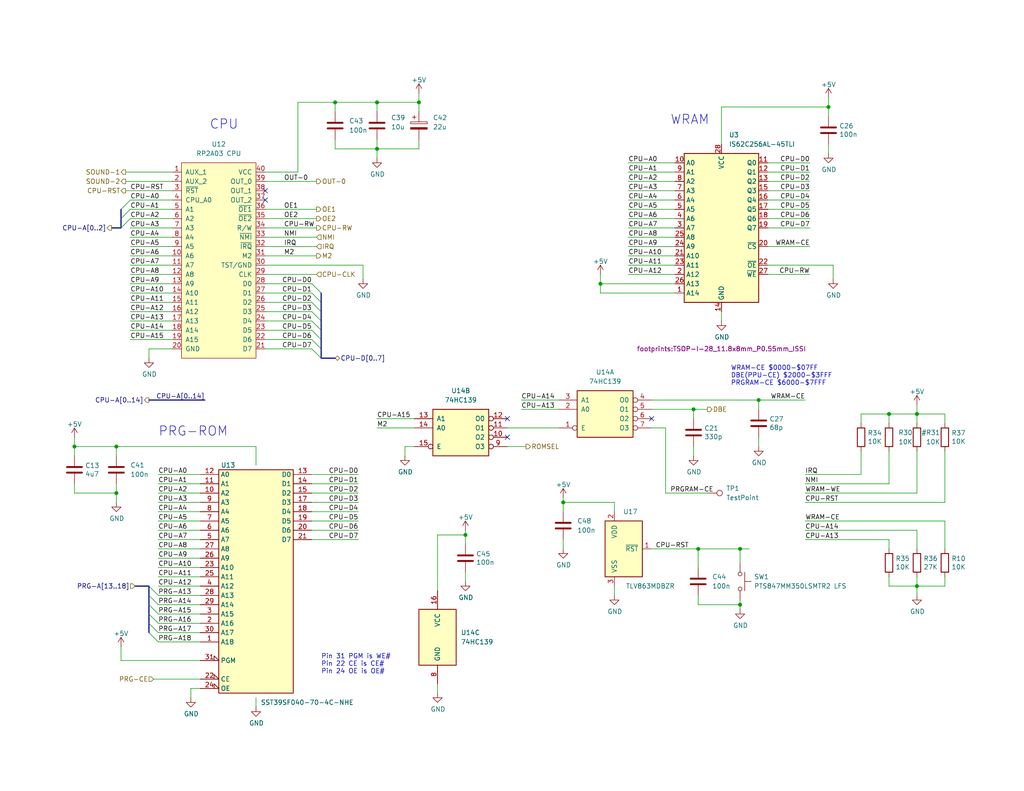
<source format=kicad_sch>
(kicad_sch (version 20211123) (generator eeschema)
  (paper "A")
  (title_block (title "InGame-NES MMC3") (date "2022-08-02") (rev "2") (company "Late to the Game"))
  (lib_symbols
    (symbol "00Custom:NES-RP2A03_CPU" (pin_names (offset 1.016))
      (property "Reference" "U" (at 3.81 3.81 0))
      (property "Value" "NES-RP2A03_CPU" (at 12.7 -52.07 0))
      (symbol "NES-RP2A03_CPU_1_1"
        (pin output line (at 0 0 0) (length 2.54) (name "AUX_1") (number "1"))
        (pin output line (at 0 -22.86 0) (length 2.54) (name "A6") (number "10"))
        (pin output line (at 0 -25.4 0) (length 2.54) (name "A7") (number "11"))
        (pin output line (at 0 -27.94 0) (length 2.54) (name "A8") (number "12"))
        (pin output line (at 0 -30.48 0) (length 2.54) (name "A9") (number "13"))
        (pin output line (at 0 -33.02 0) (length 2.54) (name "A10") (number "14"))
        (pin output line (at 0 -35.56 0) (length 2.54) (name "A11") (number "15"))
        (pin output line (at 0 -38.1 0) (length 2.54) (name "A12") (number "16"))
        (pin output line (at 0 -40.64 0) (length 2.54) (name "A13") (number "17"))
        (pin output line (at 0 -43.18 0) (length 2.54) (name "A14") (number "18"))
        (pin output line (at 0 -45.72 0) (length 2.54) (name "A15") (number "19"))
        (pin output line (at 0 -2.54 0) (length 2.54) (name "AUX_2") (number "2"))
        (pin power_in line (at 0 -48.26 0) (length 2.54) (name "GND") (number "20"))
        (pin bidirectional line (at 25.4 -48.26 180) (length 2.54) (name "D7") (number "21"))
        (pin bidirectional line (at 25.4 -45.72 180) (length 2.54) (name "D6") (number "22"))
        (pin bidirectional line (at 25.4 -43.18 180) (length 2.54) (name "D5") (number "23"))
        (pin bidirectional line (at 25.4 -40.64 180) (length 2.54) (name "D4") (number "24"))
        (pin bidirectional line (at 25.4 -38.1 180) (length 2.54) (name "D3") (number "25"))
        (pin bidirectional line (at 25.4 -35.56 180) (length 2.54) (name "D2") (number "26"))
        (pin bidirectional line (at 25.4 -33.02 180) (length 2.54) (name "D1") (number "27"))
        (pin bidirectional line (at 25.4 -30.48 180) (length 2.54) (name "D0") (number "28"))
        (pin input line (at 25.4 -27.94 180) (length 2.54) (name "CLK") (number "29"))
        (pin input line (at 0 -5.08 0) (length 2.54) (name "~{RST}") (number "3"))
        (pin passive line (at 25.4 -25.4 180) (length 2.54) (name "TST/GND") (number "30"))
        (pin output line (at 25.4 -22.86 180) (length 2.54) (name "M2") (number "31"))
        (pin input line (at 25.4 -20.32 180) (length 2.54) (name "~{IRQ}") (number "32"))
        (pin input line (at 25.4 -17.78 180) (length 2.54) (name "~{NMI}") (number "33"))
        (pin output line (at 25.4 -15.24 180) (length 2.54) (name "R/W") (number "34"))
        (pin output line (at 25.4 -12.7 180) (length 2.54) (name "~{OE2}") (number "35"))
        (pin output line (at 25.4 -10.16 180) (length 2.54) (name "~{OE1}") (number "36"))
        (pin output line (at 25.4 -7.62 180) (length 2.54) (name "OUT_2") (number "37"))
        (pin output line (at 25.4 -5.08 180) (length 2.54) (name "OUT_1") (number "38"))
        (pin output line (at 25.4 -2.54 180) (length 2.54) (name "OUT_0") (number "39"))
        (pin output line (at 0 -7.62 0) (length 2.54) (name "CPU_A0") (number "4"))
        (pin power_in line (at 25.4 0 180) (length 2.54) (name "VCC") (number "40"))
        (pin output line (at 0 -10.16 0) (length 2.54) (name "A1") (number "5"))
        (pin output line (at 0 -12.7 0) (length 2.54) (name "A2") (number "6"))
        (pin output line (at 0 -15.24 0) (length 2.54) (name "A3") (number "7"))
        (pin output line (at 0 -17.78 0) (length 2.54) (name "A4") (number "8"))
        (pin output line (at 0 -20.32 0) (length 2.54) (name "A5") (number "9"))
      )
    )
    (symbol "74xx:74LS139" (pin_names (offset 1.016))
      (property "Reference" "U" (at -7.62 8.89 0))
      (property "Value" "74LS139" (at -7.62 -8.89 0))
      (symbol "74LS139_1_0"
        (pin input inverted (at -12.7 -5.08 0) (length 5.08) (name "E") (number "1"))
        (pin input line (at -12.7 0 0) (length 5.08) (name "A0") (number "2"))
        (pin input line (at -12.7 2.54 0) (length 5.08) (name "A1") (number "3"))
        (pin output inverted (at 12.7 2.54 180) (length 5.08) (name "O0") (number "4"))
        (pin output inverted (at 12.7 0 180) (length 5.08) (name "O1") (number "5"))
        (pin output inverted (at 12.7 -2.54 180) (length 5.08) (name "O2") (number "6"))
        (pin output inverted (at 12.7 -5.08 180) (length 5.08) (name "O3") (number "7"))
      )
      (symbol "74LS139_2_0"
        (pin output inverted (at 12.7 -2.54 180) (length 5.08) (name "O2") (number "10"))
        (pin output inverted (at 12.7 0 180) (length 5.08) (name "O1") (number "11"))
        (pin output inverted (at 12.7 2.54 180) (length 5.08) (name "O0") (number "12"))
        (pin input line (at -12.7 2.54 0) (length 5.08) (name "A1") (number "13"))
        (pin input line (at -12.7 0 0) (length 5.08) (name "A0") (number "14"))
        (pin input inverted (at -12.7 -5.08 0) (length 5.08) (name "E") (number "15"))
        (pin output inverted (at 12.7 -5.08 180) (length 5.08) (name "O3") (number "9"))
      )
      (symbol "74LS139_3_0"
        (pin power_in line (at 0 12.7 270) (length 5.08) (name "VCC") (number "16"))
        (pin power_in line (at 0 -12.7 90) (length 5.08) (name "GND") (number "8"))
      )
    )
    (symbol "Connector:TestPoint" (pin_numbers hide) (pin_names (offset 0.762) hide)
      (property "Reference" "TP" (at 0 6.858 0))
      (property "Value" "TestPoint" (at 0 5.08 0))
      (symbol "TestPoint_1_1"
        (pin passive line (at 0 0 90) (length 2.54) (name "1") (number "1"))
      )
    )
    (symbol "Device:C" (pin_numbers hide) (pin_names (offset 0.254))
      (property "Reference" "C" (at 0.635 2.54 0))
      (property "Value" "C" (at 0.635 -2.54 0))
      (symbol "C_1_1"
        (pin passive line (at 0 3.81 270) (length 2.794) (name "~") (number "1"))
        (pin passive line (at 0 -3.81 90) (length 2.794) (name "~") (number "2"))
      )
    )
    (symbol "Device:C_Polarized" (pin_numbers hide) (pin_names (offset 0.254))
      (property "Reference" "C" (at 0.635 2.54 0))
      (property "Value" "C_Polarized" (at 0.635 -2.54 0))
      (symbol "C_Polarized_1_1"
        (pin passive line (at 0 3.81 270) (length 2.794) (name "~") (number "1"))
        (pin passive line (at 0 -3.81 90) (length 2.794) (name "~") (number "2"))
      )
    )
    (symbol "Device:R" (pin_numbers hide) (pin_names (offset 0))
      (property "Reference" "R" (at 2.032 0 90))
      (property "Value" "R" (at 0 0 90))
      (symbol "R_1_1"
        (pin passive line (at 0 3.81 270) (length 1.27) (name "~") (number "1"))
        (pin passive line (at 0 -3.81 90) (length 1.27) (name "~") (number "2"))
      )
    )
    (symbol "Memory_Flash:SST39SF040"
      (property "Reference" "U" (at 2.54 33.02 0))
      (property "Value" "SST39SF040" (at 0 -30.48 0))
      (symbol "SST39SF040_0_0"
        (pin power_in line (at 0 -30.48 90) (length 1.27) hide (name "GND") (number "16"))
        (pin power_in line (at 0 33.02 270) (length 1.27) hide (name "VCC") (number "32"))
      )
      (symbol "SST39SF040_1_1"
        (pin input line (at -15.24 -15.24 0) (length 5.08) (name "A18") (number "1"))
        (pin input line (at -15.24 25.4 0) (length 5.08) (name "A2") (number "10"))
        (pin input line (at -15.24 27.94 0) (length 5.08) (name "A1") (number "11"))
        (pin input line (at -15.24 30.48 0) (length 5.08) (name "A0") (number "12"))
        (pin tri_state line (at 15.24 30.48 180) (length 5.08) (name "D0") (number "13"))
        (pin tri_state line (at 15.24 27.94 180) (length 5.08) (name "D1") (number "14"))
        (pin tri_state line (at 15.24 25.4 180) (length 5.08) (name "D2") (number "15"))
        (pin tri_state line (at 15.24 22.86 180) (length 5.08) (name "D3") (number "17"))
        (pin tri_state line (at 15.24 20.32 180) (length 5.08) (name "D4") (number "18"))
        (pin tri_state line (at 15.24 17.78 180) (length 5.08) (name "D5") (number "19"))
        (pin input line (at -15.24 -10.16 0) (length 5.08) (name "A16") (number "2"))
        (pin tri_state line (at 15.24 15.24 180) (length 5.08) (name "D6") (number "20"))
        (pin tri_state line (at 15.24 12.7 180) (length 5.08) (name "D7") (number "21"))
        (pin input input_low (at -15.24 -25.4 0) (length 5.08) (name "CE") (number "22"))
        (pin input line (at -15.24 5.08 0) (length 5.08) (name "A10") (number "23"))
        (pin input input_low (at -15.24 -27.94 0) (length 5.08) (name "OE") (number "24"))
        (pin input line (at -15.24 2.54 0) (length 5.08) (name "A11") (number "25"))
        (pin input line (at -15.24 7.62 0) (length 5.08) (name "A9") (number "26"))
        (pin input line (at -15.24 10.16 0) (length 5.08) (name "A8") (number "27"))
        (pin input line (at -15.24 -2.54 0) (length 5.08) (name "A13") (number "28"))
        (pin input line (at -15.24 -5.08 0) (length 5.08) (name "A14") (number "29"))
        (pin input line (at -15.24 -7.62 0) (length 5.08) (name "A15") (number "3"))
        (pin input line (at -15.24 -12.7 0) (length 5.08) (name "A17") (number "30"))
        (pin input input_low (at -15.24 -20.32 0) (length 5.08) (name "PGM") (number "31"))
        (pin input line (at -15.24 0 0) (length 5.08) (name "A12") (number "4"))
        (pin input line (at -15.24 12.7 0) (length 5.08) (name "A7") (number "5"))
        (pin input line (at -15.24 15.24 0) (length 5.08) (name "A6") (number "6"))
        (pin input line (at -15.24 17.78 0) (length 5.08) (name "A5") (number "7"))
        (pin input line (at -15.24 20.32 0) (length 5.08) (name "A4") (number "8"))
        (pin input line (at -15.24 22.86 0) (length 5.08) (name "A3") (number "9"))
      )
    )
    (symbol "Memory_RAM:KM62256CLP"
      (property "Reference" "U" (at -10.16 20.955 0))
      (property "Value" "KM62256CLP" (at 2.54 20.955 0))
      (symbol "KM62256CLP_0_0"
        (pin power_in line (at 0 -22.86 90) (length 2.54) (name "GND") (number "14"))
        (pin power_in line (at 0 22.86 270) (length 2.54) (name "VCC") (number "28"))
      )
      (symbol "KM62256CLP_1_1"
        (pin input line (at -12.7 -17.78 0) (length 2.54) (name "A14") (number "1"))
        (pin input line (at -12.7 17.78 0) (length 2.54) (name "A0") (number "10"))
        (pin tri_state line (at 12.7 17.78 180) (length 2.54) (name "Q0") (number "11"))
        (pin tri_state line (at 12.7 15.24 180) (length 2.54) (name "Q1") (number "12"))
        (pin tri_state line (at 12.7 12.7 180) (length 2.54) (name "Q2") (number "13"))
        (pin tri_state line (at 12.7 10.16 180) (length 2.54) (name "Q3") (number "15"))
        (pin tri_state line (at 12.7 7.62 180) (length 2.54) (name "Q4") (number "16"))
        (pin tri_state line (at 12.7 5.08 180) (length 2.54) (name "Q5") (number "17"))
        (pin tri_state line (at 12.7 2.54 180) (length 2.54) (name "Q6") (number "18"))
        (pin tri_state line (at 12.7 0 180) (length 2.54) (name "Q7") (number "19"))
        (pin input line (at -12.7 -12.7 0) (length 2.54) (name "A12") (number "2"))
        (pin input line (at 12.7 -5.08 180) (length 2.54) (name "~{CS}") (number "20"))
        (pin input line (at -12.7 -7.62 0) (length 2.54) (name "A10") (number "21"))
        (pin input line (at 12.7 -10.16 180) (length 2.54) (name "~{OE}") (number "22"))
        (pin input line (at -12.7 -10.16 0) (length 2.54) (name "A11") (number "23"))
        (pin input line (at -12.7 -5.08 0) (length 2.54) (name "A9") (number "24"))
        (pin input line (at -12.7 -2.54 0) (length 2.54) (name "A8") (number "25"))
        (pin input line (at -12.7 -15.24 0) (length 2.54) (name "A13") (number "26"))
        (pin input line (at 12.7 -12.7 180) (length 2.54) (name "~{WE}") (number "27"))
        (pin input line (at -12.7 0 0) (length 2.54) (name "A7") (number "3"))
        (pin input line (at -12.7 2.54 0) (length 2.54) (name "A6") (number "4"))
        (pin input line (at -12.7 5.08 0) (length 2.54) (name "A5") (number "5"))
        (pin input line (at -12.7 7.62 0) (length 2.54) (name "A4") (number "6"))
        (pin input line (at -12.7 10.16 0) (length 2.54) (name "A3") (number "7"))
        (pin input line (at -12.7 12.7 0) (length 2.54) (name "A2") (number "8"))
        (pin input line (at -12.7 15.24 0) (length 2.54) (name "A1") (number "9"))
      )
    )
    (symbol "Power_Supervisor:MCP100-450D" (pin_names (offset 1.016))
      (property "Reference" "U" (at 0 8.89 0))
      (property "Value" "MCP100-450D" (at -1.27 -8.89 0))
      (symbol "MCP100-450D_1_1"
        (pin output line (at 7.62 0 180) (length 2.54) (name "~{RST}") (number "1"))
        (pin power_in line (at -2.54 10.16 270) (length 2.54) (name "VDD") (number "2"))
        (pin power_in line (at -2.54 -10.16 90) (length 2.54) (name "VSS") (number "3"))
      )
    )
    (symbol "Switch:SW_Push" (pin_numbers hide) (pin_names (offset 1.016) hide)
      (property "Reference" "SW" (at 1.27 2.54 0))
      (property "Value" "SW_Push" (at 0 -1.524 0))
      (symbol "SW_Push_0_1"
        (pin passive line (at -5.08 0 0) (length 2.54) (name "1") (number "1"))
        (pin passive line (at 5.08 0 180) (length 2.54) (name "2") (number "2"))
      )
    )
    (symbol "power:+5V" (power) (pin_names (offset 0))
      (property "Value" "+5V" (at 0 3.556 0))
      (symbol "+5V_1_1"
        (pin power_in line (at 0 0 90) (length 0) hide (name "+5V") (number "1"))
      )
    )
    (symbol "power:GND" (power) (pin_names (offset 0))
      (property "Value" "GND" (at 0 -3.81 0))
      (symbol "GND_1_1"
        (pin power_in line (at 0 0 270) (length 0) hide (name "GND") (number "1"))
      )
    )
  )
  (junction (at 250.19 160.02))
  (junction (at 163.83 77.47))
  (junction (at 114.3 27.94))
  (junction (at 189.23 111.76))
  (junction (at 153.67 137.16))
  (junction (at 226.06 29.21))
  (junction (at 201.93 165.1))
  (junction (at 242.57 113.03))
  (junction (at 91.44 27.94))
  (junction (at 250.19 113.03))
  (junction (at 102.87 40.64))
  (junction (at 102.87 27.94))
  (junction (at 207.01 109.22))
  (junction (at 190.5 149.86))
  (junction (at 201.93 149.86))
  (junction (at 20.32 121.92))
  (junction (at 31.75 121.92))
  (junction (at 31.75 134.62))
  (junction (at 127 146.05))
  (no_connect (at 177.8 114.3))
  (no_connect (at 138.43 119.38))
  (no_connect (at 72.39 52.07))
  (no_connect (at 138.43 114.3))
  (no_connect (at 72.39 54.61))
  (bus_entry (at 33.02 57.15) (size 2.54 -2.54))
  (bus_entry (at 40.64 170.18) (size 2.54 2.54))
  (bus_entry (at 85.09 85.09) (size 2.54 2.54))
  (bus_entry (at 85.09 82.55) (size 2.54 2.54))
  (bus_entry (at 85.09 87.63) (size 2.54 2.54))
  (bus_entry (at 85.09 80.01) (size 2.54 2.54))
  (bus_entry (at 40.64 167.64) (size 2.54 2.54))
  (bus_entry (at 40.64 162.56) (size 2.54 2.54))
  (bus_entry (at 85.09 77.47) (size 2.54 2.54))
  (bus_entry (at 40.64 160.02) (size 2.54 2.54))
  (bus_entry (at 85.09 92.71) (size 2.54 2.54))
  (bus_entry (at 85.09 95.25) (size 2.54 2.54))
  (bus_entry (at 40.64 165.1) (size 2.54 2.54))
  (bus_entry (at 85.09 90.17) (size 2.54 2.54))
  (bus_entry (at 40.64 172.72) (size 2.54 2.54))
  (bus_entry (at 33.02 62.23) (size 2.54 -2.54))
  (bus_entry (at 33.02 59.69) (size 2.54 -2.54))
  (wire (pts (xy 35.56 54.61) (xy 46.99 54.61)))
  (wire (pts (xy 20.32 121.92) (xy 20.32 124.46)))
  (wire (pts (xy 34.29 52.07) (xy 46.99 52.07)))
  (wire (pts (xy 97.79 137.16) (xy 85.09 137.16)))
  (wire (pts (xy 171.45 57.15) (xy 184.15 57.15)))
  (wire (pts (xy 219.71 144.78) (xy 250.19 144.78)))
  (wire (pts (xy 190.5 162.56) (xy 190.5 165.1)))
  (wire (pts (xy 219.71 147.32) (xy 242.57 147.32)))
  (wire (pts (xy 242.57 115.57) (xy 242.57 113.03)))
  (wire (pts (xy 81.28 27.94) (xy 91.44 27.94)))
  (bus (pts (xy 87.63 87.63) (xy 87.63 90.17)))
  (wire (pts (xy 52.07 190.5) (xy 52.07 187.96)))
  (wire (pts (xy 257.81 160.02) (xy 250.19 160.02)))
  (wire (pts (xy 114.3 25.4) (xy 114.3 27.94)))
  (wire (pts (xy 85.09 95.25) (xy 72.39 95.25)))
  (wire (pts (xy 167.64 137.16) (xy 167.64 139.7)))
  (wire (pts (xy 220.98 54.61) (xy 209.55 54.61)))
  (bus (pts (xy 36.83 160.02) (xy 40.64 160.02)))
  (wire (pts (xy 242.57 160.02) (xy 250.19 160.02)))
  (wire (pts (xy 43.18 167.64) (xy 54.61 167.64)))
  (wire (pts (xy 33.02 180.34) (xy 33.02 176.53)))
  (wire (pts (xy 220.98 62.23) (xy 209.55 62.23)))
  (wire (pts (xy 171.45 74.93) (xy 184.15 74.93)))
  (wire (pts (xy 127 146.05) (xy 127 144.78)))
  (wire (pts (xy 177.8 149.86) (xy 190.5 149.86)))
  (bus (pts (xy 33.02 62.23) (xy 30.48 62.23)))
  (wire (pts (xy 167.64 160.02) (xy 167.64 162.56)))
  (wire (pts (xy 102.87 27.94) (xy 91.44 27.94)))
  (wire (pts (xy 85.09 87.63) (xy 72.39 87.63)))
  (wire (pts (xy 114.3 27.94) (xy 114.3 30.48)))
  (wire (pts (xy 54.61 160.02) (xy 43.18 160.02)))
  (wire (pts (xy 43.18 129.54) (xy 54.61 129.54)))
  (wire (pts (xy 72.39 57.15) (xy 86.36 57.15)))
  (wire (pts (xy 31.75 134.62) (xy 20.32 134.62)))
  (wire (pts (xy 209.55 72.39) (xy 227.33 72.39)))
  (wire (pts (xy 46.99 90.17) (xy 35.56 90.17)))
  (wire (pts (xy 242.57 113.03) (xy 250.19 113.03)))
  (wire (pts (xy 35.56 92.71) (xy 46.99 92.71)))
  (wire (pts (xy 227.33 72.39) (xy 227.33 76.2)))
  (wire (pts (xy 242.57 147.32) (xy 242.57 149.86)))
  (wire (pts (xy 86.36 49.53) (xy 72.39 49.53)))
  (wire (pts (xy 171.45 59.69) (xy 184.15 59.69)))
  (wire (pts (xy 43.18 144.78) (xy 54.61 144.78)))
  (wire (pts (xy 46.99 64.77) (xy 35.56 64.77)))
  (wire (pts (xy 35.56 87.63) (xy 46.99 87.63)))
  (wire (pts (xy 234.95 115.57) (xy 234.95 113.03)))
  (wire (pts (xy 46.99 72.39) (xy 35.56 72.39)))
  (wire (pts (xy 201.93 149.86) (xy 204.47 149.86)))
  (wire (pts (xy 153.67 135.89) (xy 153.67 137.16)))
  (wire (pts (xy 234.95 123.19) (xy 234.95 129.54)))
  (wire (pts (xy 138.43 116.84) (xy 152.4 116.84)))
  (wire (pts (xy 97.79 142.24) (xy 85.09 142.24)))
  (wire (pts (xy 201.93 163.83) (xy 201.93 165.1)))
  (wire (pts (xy 54.61 147.32) (xy 43.18 147.32)))
  (wire (pts (xy 171.45 62.23) (xy 184.15 62.23)))
  (wire (pts (xy 85.09 82.55) (xy 72.39 82.55)))
  (wire (pts (xy 257.81 157.48) (xy 257.81 160.02)))
  (wire (pts (xy 34.29 46.99) (xy 46.99 46.99)))
  (wire (pts (xy 190.5 149.86) (xy 201.93 149.86)))
  (wire (pts (xy 209.55 49.53) (xy 220.98 49.53)))
  (wire (pts (xy 35.56 77.47) (xy 46.99 77.47)))
  (wire (pts (xy 43.18 137.16) (xy 54.61 137.16)))
  (wire (pts (xy 86.36 69.85) (xy 72.39 69.85)))
  (wire (pts (xy 250.19 160.02) (xy 250.19 157.48)))
  (wire (pts (xy 171.45 72.39) (xy 184.15 72.39)))
  (wire (pts (xy 226.06 39.37) (xy 226.06 41.91)))
  (wire (pts (xy 220.98 52.07) (xy 209.55 52.07)))
  (wire (pts (xy 171.45 52.07) (xy 184.15 52.07)))
  (wire (pts (xy 177.8 109.22) (xy 207.01 109.22)))
  (wire (pts (xy 31.75 132.08) (xy 31.75 134.62)))
  (wire (pts (xy 31.75 121.92) (xy 69.85 121.92)))
  (wire (pts (xy 242.57 132.08) (xy 242.57 123.19)))
  (wire (pts (xy 46.99 85.09) (xy 35.56 85.09)))
  (bus (pts (xy 87.63 80.01) (xy 87.63 82.55)))
  (bus (pts (xy 40.64 170.18) (xy 40.64 172.72)))
  (wire (pts (xy 127 158.75) (xy 127 156.21)))
  (wire (pts (xy 110.49 121.92) (xy 113.03 121.92)))
  (wire (pts (xy 31.75 137.16) (xy 31.75 134.62)))
  (wire (pts (xy 190.5 165.1) (xy 201.93 165.1)))
  (wire (pts (xy 189.23 111.76) (xy 193.04 111.76)))
  (wire (pts (xy 102.87 27.94) (xy 114.3 27.94)))
  (wire (pts (xy 54.61 154.94) (xy 43.18 154.94)))
  (wire (pts (xy 171.45 67.31) (xy 184.15 67.31)))
  (wire (pts (xy 201.93 165.1) (xy 201.93 166.37)))
  (wire (pts (xy 72.39 64.77) (xy 86.36 64.77)))
  (wire (pts (xy 102.87 40.64) (xy 91.44 40.64)))
  (wire (pts (xy 257.81 113.03) (xy 257.81 115.57)))
  (wire (pts (xy 102.87 40.64) (xy 102.87 43.18)))
  (wire (pts (xy 35.56 69.85) (xy 46.99 69.85)))
  (wire (pts (xy 31.75 121.92) (xy 20.32 121.92)))
  (wire (pts (xy 209.55 44.45) (xy 220.98 44.45)))
  (wire (pts (xy 86.36 74.93) (xy 72.39 74.93)))
  (wire (pts (xy 177.8 116.84) (xy 181.61 116.84)))
  (wire (pts (xy 119.38 189.23) (xy 119.38 186.69)))
  (wire (pts (xy 234.95 129.54) (xy 219.71 129.54)))
  (wire (pts (xy 189.23 114.3) (xy 189.23 111.76)))
  (wire (pts (xy 43.18 170.18) (xy 54.61 170.18)))
  (wire (pts (xy 52.07 187.96) (xy 54.61 187.96)))
  (wire (pts (xy 142.24 111.76) (xy 152.4 111.76)))
  (wire (pts (xy 43.18 132.08) (xy 54.61 132.08)))
  (wire (pts (xy 181.61 116.84) (xy 181.61 134.62)))
  (wire (pts (xy 35.56 74.93) (xy 46.99 74.93)))
  (wire (pts (xy 219.71 132.08) (xy 242.57 132.08)))
  (wire (pts (xy 20.32 121.92) (xy 20.32 119.38)))
  (bus (pts (xy 40.64 165.1) (xy 40.64 167.64)))
  (wire (pts (xy 250.19 134.62) (xy 250.19 123.19)))
  (wire (pts (xy 196.85 29.21) (xy 226.06 29.21)))
  (wire (pts (xy 163.83 77.47) (xy 163.83 80.01)))
  (wire (pts (xy 153.67 147.32) (xy 153.67 149.86)))
  (bus (pts (xy 33.02 57.15) (xy 33.02 59.69)))
  (bus (pts (xy 33.02 59.69) (xy 33.02 62.23)))
  (wire (pts (xy 143.51 121.92) (xy 138.43 121.92)))
  (wire (pts (xy 54.61 139.7) (xy 43.18 139.7)))
  (wire (pts (xy 171.45 69.85) (xy 184.15 69.85)))
  (wire (pts (xy 86.36 59.69) (xy 72.39 59.69)))
  (wire (pts (xy 54.61 165.1) (xy 43.18 165.1)))
  (wire (pts (xy 226.06 29.21) (xy 226.06 31.75)))
  (wire (pts (xy 46.99 80.01) (xy 35.56 80.01)))
  (wire (pts (xy 72.39 72.39) (xy 99.06 72.39)))
  (wire (pts (xy 163.83 77.47) (xy 184.15 77.47)))
  (wire (pts (xy 190.5 149.86) (xy 190.5 154.94)))
  (wire (pts (xy 34.29 49.53) (xy 46.99 49.53)))
  (wire (pts (xy 171.45 44.45) (xy 184.15 44.45)))
  (wire (pts (xy 33.02 180.34) (xy 54.61 180.34)))
  (wire (pts (xy 43.18 149.86) (xy 54.61 149.86)))
  (wire (pts (xy 99.06 72.39) (xy 99.06 76.2)))
  (wire (pts (xy 35.56 62.23) (xy 46.99 62.23)))
  (wire (pts (xy 242.57 157.48) (xy 242.57 160.02)))
  (wire (pts (xy 110.49 124.46) (xy 110.49 121.92)))
  (bus (pts (xy 87.63 92.71) (xy 87.63 95.25)))
  (wire (pts (xy 153.67 137.16) (xy 167.64 137.16)))
  (bus (pts (xy 40.64 162.56) (xy 40.64 165.1)))
  (wire (pts (xy 85.09 92.71) (xy 72.39 92.71)))
  (wire (pts (xy 257.81 149.86) (xy 257.81 142.24)))
  (wire (pts (xy 207.01 121.92) (xy 207.01 119.38)))
  (wire (pts (xy 97.79 134.62) (xy 85.09 134.62)))
  (wire (pts (xy 219.71 142.24) (xy 257.81 142.24)))
  (wire (pts (xy 86.36 67.31) (xy 72.39 67.31)))
  (wire (pts (xy 91.44 27.94) (xy 91.44 30.48)))
  (wire (pts (xy 43.18 175.26) (xy 54.61 175.26)))
  (wire (pts (xy 189.23 124.46) (xy 189.23 121.92)))
  (bus (pts (xy 87.63 82.55) (xy 87.63 85.09)))
  (wire (pts (xy 86.36 62.23) (xy 72.39 62.23)))
  (wire (pts (xy 219.71 134.62) (xy 250.19 134.62)))
  (wire (pts (xy 72.39 77.47) (xy 85.09 77.47)))
  (wire (pts (xy 250.19 113.03) (xy 257.81 113.03)))
  (bus (pts (xy 40.64 167.64) (xy 40.64 170.18)))
  (wire (pts (xy 114.3 40.64) (xy 102.87 40.64)))
  (wire (pts (xy 127 148.59) (xy 127 146.05)))
  (wire (pts (xy 177.8 111.76) (xy 189.23 111.76)))
  (wire (pts (xy 35.56 57.15) (xy 46.99 57.15)))
  (wire (pts (xy 207.01 109.22) (xy 219.71 109.22)))
  (wire (pts (xy 119.38 146.05) (xy 119.38 161.29)))
  (wire (pts (xy 209.55 74.93) (xy 220.98 74.93)))
  (wire (pts (xy 219.71 137.16) (xy 257.81 137.16)))
  (wire (pts (xy 171.45 49.53) (xy 184.15 49.53)))
  (bus (pts (xy 87.63 85.09) (xy 87.63 87.63)))
  (wire (pts (xy 257.81 137.16) (xy 257.81 123.19)))
  (bus (pts (xy 40.64 160.02) (xy 40.64 162.56)))
  (wire (pts (xy 171.45 46.99) (xy 184.15 46.99)))
  (wire (pts (xy 181.61 134.62) (xy 193.04 134.62)))
  (wire (pts (xy 234.95 113.03) (xy 242.57 113.03)))
  (wire (pts (xy 40.64 95.25) (xy 46.99 95.25)))
  (wire (pts (xy 97.79 147.32) (xy 85.09 147.32)))
  (bus (pts (xy 87.63 97.79) (xy 91.44 97.79)))
  (wire (pts (xy 35.56 67.31) (xy 46.99 67.31)))
  (bus (pts (xy 40.64 109.22) (xy 55.88 109.22)))
  (wire (pts (xy 81.28 27.94) (xy 81.28 46.99)))
  (wire (pts (xy 43.18 162.56) (xy 54.61 162.56)))
  (wire (pts (xy 40.64 97.79) (xy 40.64 95.25)))
  (wire (pts (xy 69.85 190.5) (xy 69.85 193.04)))
  (wire (pts (xy 85.09 80.01) (xy 72.39 80.01)))
  (wire (pts (xy 163.83 80.01) (xy 184.15 80.01)))
  (wire (pts (xy 142.24 109.22) (xy 152.4 109.22)))
  (wire (pts (xy 43.18 142.24) (xy 54.61 142.24)))
  (wire (pts (xy 250.19 113.03) (xy 250.19 115.57)))
  (wire (pts (xy 43.18 157.48) (xy 54.61 157.48)))
  (wire (pts (xy 153.67 137.16) (xy 153.67 139.7)))
  (wire (pts (xy 102.87 38.1) (xy 102.87 40.64)))
  (wire (pts (xy 209.55 67.31) (xy 220.98 67.31)))
  (wire (pts (xy 41.91 185.42) (xy 54.61 185.42)))
  (wire (pts (xy 69.85 121.92) (xy 69.85 127)))
  (wire (pts (xy 250.19 160.02) (xy 250.19 162.56)))
  (wire (pts (xy 250.19 144.78) (xy 250.19 149.86)))
  (wire (pts (xy 102.87 114.3) (xy 113.03 114.3)))
  (wire (pts (xy 171.45 64.77) (xy 184.15 64.77)))
  (wire (pts (xy 220.98 57.15) (xy 209.55 57.15)))
  (wire (pts (xy 97.79 144.78) (xy 85.09 144.78)))
  (wire (pts (xy 54.61 172.72) (xy 43.18 172.72)))
  (wire (pts (xy 171.45 54.61) (xy 184.15 54.61)))
  (wire (pts (xy 209.55 46.99) (xy 220.98 46.99)))
  (wire (pts (xy 43.18 152.4) (xy 54.61 152.4)))
  (wire (pts (xy 85.09 90.17) (xy 72.39 90.17)))
  (wire (pts (xy 85.09 85.09) (xy 72.39 85.09)))
  (wire (pts (xy 35.56 59.69) (xy 46.99 59.69)))
  (wire (pts (xy 102.87 27.94) (xy 102.87 30.48)))
  (wire (pts (xy 163.83 74.93) (xy 163.83 77.47)))
  (wire (pts (xy 196.85 29.21) (xy 196.85 39.37)))
  (wire (pts (xy 97.79 139.7) (xy 85.09 139.7)))
  (bus (pts (xy 87.63 90.17) (xy 87.63 92.71)))
  (wire (pts (xy 196.85 87.63) (xy 196.85 85.09)))
  (wire (pts (xy 201.93 153.67) (xy 201.93 149.86)))
  (bus (pts (xy 87.63 95.25) (xy 87.63 97.79)))
  (wire (pts (xy 97.79 132.08) (xy 85.09 132.08)))
  (wire (pts (xy 226.06 26.67) (xy 226.06 29.21)))
  (wire (pts (xy 220.98 59.69) (xy 209.55 59.69)))
  (wire (pts (xy 72.39 46.99) (xy 81.28 46.99)))
  (wire (pts (xy 250.19 110.49) (xy 250.19 113.03)))
  (wire (pts (xy 114.3 38.1) (xy 114.3 40.64)))
  (wire (pts (xy 20.32 134.62) (xy 20.32 132.08)))
  (wire (pts (xy 127 146.05) (xy 119.38 146.05)))
  (wire (pts (xy 85.09 129.54) (xy 97.79 129.54)))
  (wire (pts (xy 35.56 82.55) (xy 46.99 82.55)))
  (wire (pts (xy 102.87 116.84) (xy 113.03 116.84)))
  (wire (pts (xy 54.61 134.62) (xy 43.18 134.62)))
  (wire (pts (xy 207.01 111.76) (xy 207.01 109.22)))
  (wire (pts (xy 91.44 40.64) (xy 91.44 38.1)))
  (wire (pts (xy 31.75 124.46) (xy 31.75 121.92)))
  (text "Capacitor estimates\nThese are frequency of low impedance\n\n47n  40MHz  30 to 90\n100n 30MHz  20 to 80\n220n 25Mhz  15 to 50\n470n 15MHz  10 to 50\n1u   12MHz  6  to 50  \n2u2  7MHz   4  to 50\n4u7  5MHz   3  to 50\n10u  3MHz   2  to 25\n22u  2MHz   1  to 25\n47u  1MHz   .5 to 25" (at -46.99 77.47 0) (effects (font (size 1.27 1.27)) (justify left bottom)))
  (text "FM1608B-SG  130ns\nIC FRAM 64KBIT PARALLEL 28SOIC\n28-SOIC (0.295\", 7.50mm Width)\n\nSTK11C68-SF45   45ns\nIC NVSRAM 64KBIT PARALLEL 28SOIC\n28-SOIC (0.342\", 8.69mm Width)\n\nIS62C256AL-45ULI 45ns\nIC SRAM 256KBIT PARALLEL 28SOP\n28-SOIC (0.330\", 8.38mm Width)\n\nfastest WRAM found in game carts 100ns\nmany games use 150ns" (at 295.91 50.8 0) (effects (font (size 1.27 1.27)) (justify left bottom)))
  (text "Flash\n5V\n70 ns\nC i/o = 12 pF\nC in = 6 pF" (at -17.78 186.69 0) (effects (font (size 1.27 1.27)) (justify left bottom)))
  (text "PRG-ROM" (at 43.18 119.38 0) (effects (font (size 2.54 2.54)) (justify left bottom)))
  (text "CPU" (at 57.15 35.56 0) (effects (font (size 2.54 2.54)) (justify left bottom)))
  (text "TL866 compatible\n\nAM29F016D-150E4C\nIC FLASH 16MBIT PARALLEL 40TSOP $2.53\n\nM29F160F\nIC FLASH 16MBIT PARALLEL 48TSOP  $4.08\n\nMX29F800CT\nIC FLASH 8MBIT PARALLEL 48TSOP $4.16" (at -43.18 158.75 0) (effects (font (size 1.27 1.27)) (justify left bottom)))
  (text "Additional memory for CPU\nThe Unisystem VS provides 2KB of additional memory to the CPU. \nI took the 2KB chip (LH 5216) I removed from the PPU in the previous step \nand soldered it under under the other CPU memory (U1) by bending all the pins upwards.\n\nThe /CE (Chip enable) pin is not soldered since this memory must be accessible from $6000 to $7FFF. \nPin #7 of the 74ls139 present on the NES motherboard happends to be low during this range \nso I connected it to the additional memory's /CE pin." (at 288.29 90.17 0) (effects (font (size 1.27 1.27)) (justify left bottom)))
  (text "ROM\nSST39SF010A  1Mb (128K x 8)\nSST39SF020A  2Mb (256K x 8)\nSST39SF040   4Mb (512K x 8)\n\npin31 = /WE" (at 290.83 137.16 0) (effects (font (size 1.27 1.27)) (justify left bottom)))
  (text "Memory Map\n$0000-$07FF (2KB) WRAM\n$0800-$1FFF (6KB) Mirror of WRAM\n$2000-$2007 PPU registers\n$2008-$3FFF mirror of PPU registers\n$4000-$400F APU registers\n$4010-$4017 Joystick, DMC, APU\n$4020-$5FFF Cartridge\n$6000-$7FFF Cartridge RAM\n$8000-$FFFF PRG ROM" (at 350.52 185.42 0) (effects (font (size 1.27 1.27)) (justify left bottom)))
  (text "Pin 31 PGM is WE#\nPin 22 CE is CE#\nPin 24 OE is OE#" (at 87.63 184.15 0) (effects (font (size 1.27 1.27)) (justify left bottom)))
  (text "VS arcade uses reset supervisor 4.2V PST518A." (at 160.02 254 0) (effects (font (size 1.27 1.27)) (justify left bottom)))
  (text "Universal PRG area should consist of:\n\n12K of RAM switchable at 5000-7FFF; (20K to 32K [A14])\nshould be able to turn off individual 256-byte segments.\n1024K of ROM switchable from 2K to 1024K." (at 347.98 114.3 0) (effects (font (size 1.27 1.27)) (justify left bottom)))
  (text "WRAM-CE $0000-$07FF\nDBE(PPU-CE) $2000-$3FFF\nPRGRAM-CE $6000-$7FFF" (at 199.39 105.41 0) (effects (font (size 1.27 1.27)) (justify left bottom)))
  (text "$6000 in binary 0110 0000 0000 0000\nThat means A13 and A14 are both high to start $6000 range.\n$7FFF in binary 0111 1111 1111 1111\nThat means the end of the range is A0 to A14 all high.\nY0 is low when A13 and A14 are both low $1000.\nY0 is the console RAM which is A0 to A10.\nY1 is low for DBE at $4000.\nY2 is low when A13 is high and A14 is low $2000.\nY3 is high when A13 and A14 are both high $6000.\nY3 represents cartrige RAM of 8K $6000-$7FFF." (at 256.54 262.89 0) (effects (font (size 1.27 1.27)) (justify left bottom)))
  (text "When WRAM-CE is LOW:\nWRAM A11 & A12 & A13 are LOW.\n2Kb at $0000-$07FF\n\nWhen WRAM-CE HIGH and PRAM-CE LOW:\nCPU A11 & A12 control WRAM A11 & A12.\nWRAM-A13 is HIGH for 16K RAM.\nRAM splite in half when WRAM A13 is LOW.\n8K at $6000-$7FFF \n(PRAM-CE is A13 and A14 HIGH)." (at 289.56 -5.08 0) (effects (font (size 1.27 1.27)) (justify left bottom)))
  (text "WRAM" (at 182.88 34.29 0) (effects (font (size 2.54 2.54)) (justify left bottom)))
  (text "SRAM - Asynchronous Memory IC 256Kb (32K x 8) Parallel  45ns 28-SOP\nIS62C256AL-45ULI-TR\nTie A11-A14 to GND\n\nAS6C6264\n8K X 8 BIT LOW POWER CMOS SRAM\n\nAS6C62256\n32K X 8 BIT LOW POWER CMOS SRAM\n\nAS7C256A\n5V 32K X 8 CMOS SRAM\n\nR1LP5256ESA-5SI#B1\n256Kb Advanced LPSRAM (32k word x 8bit)" (at 289.56 180.34 0) (effects (font (size 1.27 1.27)) (justify left bottom)))
  (text "FM1608B is 300mil wide FRAM\nSTK11C68 is 342mil wide NVSRAM\nIS62C256AL-45ULI is 330mil wide SRAM" (at 295.91 16.51 0) (effects (font (size 1.27 1.27)) (justify left bottom)))
  (text "WRAM-CE $0000-$1FFF (8KB)\nPPU-CE $2000-$3FFF (8KB)\nPRG-RAM $6000-$7FFF (8KB)\nROMSEL $8000-$FFFF (32K-64K)" (at 290.83 114.3 0) (effects (font (size 1.27 1.27)) (justify left bottom)))
  (text "/G A1 A0 Y0 Y1 Y2 Y3\n H  X  X  H  H  H  H\n L  L  L  L  H  H  H\n L  L  H  H  L  H  H\n L  H  L  H  H  L  H\n L  H  H  H  H  H  L\n\nA15 M2 G1 ROMSEL \n L  L  H  H\n L  H  L  H\n H  L  H  H\n H  H  H  L\n\nG1 A13 A14 CE DBE Y2 Y3\n H  X   X   H  H  H  H\n L  L   L   L  H  H  H \n L  L   H   H  L  H  H\n L  H   L   H  H  L  H\n L  H   H   H  H  H  L" (at 226.06 262.89 0) (effects (font (size 1.27 1.27)) (justify left bottom)))
  (text "A0-A10 = 2KB, 16Kb (6116)\nA0-A11 = 4KB, 32KB\nA0-A12 = 8KB, 64Kb (6264/7164) \nA0-A13 = 16KB, 128Kb (621024)\nA0-A14 = 32KB, 256Kb (62256/71256)\nA0-A15 = 64KB, 512Kb (62512)\nA16 = 128KB\nA17 = 256KB\nA18 = 512KB\nA19 = 1MB\nA20 = 2MB\nA21 = 4MB" (at 285.75 218.44 0) (effects (font (size 1.27 1.27)) (justify left bottom)))
  (text "A0-A10 = 2KB, 16Kb (6116)\nA0-A11 = 4KB, 32KB\nA0-A12 = 8KB, 64Kb (6264/7164) \nA0-A13 = 16KB, 128Kb (621024)\nA0-A14 = 32KB, 256Kb (62256/71256)\nA0-A15 = 64KB, 512Kb (62512)" (at 351.79 134.62 0) (effects (font (size 1.27 1.27)) (justify left bottom)))
  (text "MMC1 SNROM\nWRAM CSn connects to MMC1 CHR_A16" (at 285.75 64.77 0) (effects (font (size 1.27 1.27)) (justify left bottom)))
  (label "CPU-D2" (at 220.98 49.53 180))
  (label "WRAM-CE" (at 219.71 109.22 180))
  (label "CPU-A12" (at 171.45 74.93 0))
  (label "WRAM-WE" (at 219.71 134.62 0))
  (label "CPU-A7" (at 171.45 62.23 0))
  (label "CPU-A8" (at 43.18 149.86 0))
  (label "WRAM-CE" (at 219.71 142.24 0))
  (label "WRAM-CE" (at 220.98 67.31 180))
  (label "CPU-A4" (at 43.18 139.7 0))
  (label "PRGRAM-CE" (at 182.88 134.62 0))
  (label "CPU-A4" (at 171.45 54.61 0))
  (label "CPU-D7" (at 220.98 62.23 180))
  (label "CPU-RST" (at 187.96 149.86 180))
  (label "CPU-A9" (at 171.45 67.31 0))
  (label "CPU-A5" (at 35.56 67.31 0))
  (label "CPU-A14" (at 142.24 109.22 0))
  (label "CPU-A12" (at 35.56 85.09 0))
  (label "CPU-D3" (at 220.98 52.07 180))
  (label "CPU-A0" (at 35.56 54.61 0))
  (label "OE1" (at 77.47 57.15 0))
  (label "PRG-A17" (at 43.18 172.72 0))
  (label "OUT-0" (at 77.47 49.53 0))
  (label "CPU-A[0..14]" (at 55.88 109.22 180))
  (label "CPU-D2" (at 85.09 82.55 180))
  (label "CPU-A7" (at 43.18 147.32 0))
  (label "PRG-A13" (at 43.18 162.56 0))
  (label "CPU-D6" (at 97.79 144.78 180))
  (label "CPU-A11" (at 171.45 72.39 0))
  (label "CPU-A6" (at 171.45 59.69 0))
  (label "CPU-A0" (at 43.18 129.54 0))
  (label "CPU-A12" (at 43.18 160.02 0))
  (label "CPU-A2" (at 43.18 134.62 0))
  (label "CPU-D5" (at 220.98 57.15 180))
  (label "CPU-A15" (at 35.56 92.71 0))
  (label "CPU-A3" (at 35.56 62.23 0))
  (label "CPU-A9" (at 43.18 152.4 0))
  (label "CPU-D7" (at 85.09 95.25 180))
  (label "CPU-A6" (at 43.18 144.78 0))
  (label "CPU-A4" (at 35.56 64.77 0))
  (label "CPU-D5" (at 85.09 90.17 180))
  (label "CPU-A15" (at 102.87 114.3 0))
  (label "CPU-D4" (at 97.79 139.7 180))
  (label "CPU-A14" (at 35.56 90.17 0))
  (label "M2" (at 102.87 116.84 0))
  (label "CPU-RST" (at 35.56 52.07 0))
  (label "CPU-A0" (at 171.45 44.45 0))
  (label "CPU-D3" (at 85.09 85.09 180))
  (label "CPU-A3" (at 171.45 52.07 0))
  (label "CPU-A2" (at 171.45 49.53 0))
  (label "CPU-D7" (at 97.79 147.32 180))
  (label "PRG-A15" (at 43.18 167.64 0))
  (label "CPU-A5" (at 171.45 57.15 0))
  (label "CPU-A9" (at 35.56 77.47 0))
  (label "CPU-A10" (at 43.18 154.94 0))
  (label "CPU-A8" (at 35.56 74.93 0))
  (label "CPU-D4" (at 220.98 54.61 180))
  (label "CPU-A10" (at 35.56 80.01 0))
  (label "OE2" (at 77.47 59.69 0))
  (label "CPU-D1" (at 220.98 46.99 180))
  (label "M2" (at 77.47 69.85 0))
  (label "CPU-A11" (at 43.18 157.48 0))
  (label "CPU-D1" (at 85.09 80.01 180))
  (label "CPU-A11" (at 35.56 82.55 0))
  (label "CPU-D5" (at 97.79 142.24 180))
  (label "CPU-RW" (at 77.47 62.23 0))
  (label "PRG-A16" (at 43.18 170.18 0))
  (label "CPU-A5" (at 43.18 142.24 0))
  (label "CPU-A13" (at 35.56 87.63 0))
  (label "CPU-D0" (at 220.98 44.45 180))
  (label "CPU-D1" (at 97.79 132.08 180))
  (label "NMI" (at 219.71 132.08 0))
  (label "CPU-A2" (at 35.56 59.69 0))
  (label "CPU-D6" (at 85.09 92.71 180))
  (label "IRQ" (at 219.71 129.54 0))
  (label "CPU-A1" (at 171.45 46.99 0))
  (label "CPU-D0" (at 85.09 77.47 180))
  (label "CPU-A13" (at 142.24 111.76 0))
  (label "CPU-A1" (at 35.56 57.15 0))
  (label "CPU-D0" (at 97.79 129.54 180))
  (label "CPU-A10" (at 171.45 69.85 0))
  (label "CPU-A13" (at 219.71 147.32 0))
  (label "CPU-A6" (at 35.56 69.85 0))
  (label "CPU-A3" (at 43.18 137.16 0))
  (label "NMI" (at 77.47 64.77 0))
  (label "PRG-A18" (at 43.18 175.26 0))
  (label "CPU-D3" (at 97.79 137.16 180))
  (label "CPU-A14" (at 219.71 144.78 0))
  (label "CPU-A8" (at 171.45 64.77 0))
  (label "CPU-A7" (at 35.56 72.39 0))
  (label "CPU-RW" (at 220.98 74.93 180))
  (label "IRQ" (at 77.47 67.31 0))
  (label "CPU-D6" (at 220.98 59.69 180))
  (label "CPU-RST" (at 219.71 137.16 0))
  (label "CPU-A1" (at 43.18 132.08 0))
  (label "CPU-D4" (at 85.09 87.63 180))
  (label "CPU-D2" (at 97.79 134.62 180))
  (label "PRG-A14" (at 43.18 165.1 0))
  (hierarchical_label "OE2" (shape output) (at 86.36 59.69 0))
  (hierarchical_label "OUT-0" (shape output) (at 86.36 49.53 0))
  (hierarchical_label "M2" (shape output) (at 86.36 69.85 0))
  (hierarchical_label "CPU-RW" (shape output) (at 86.36 62.23 0))
  (hierarchical_label "CPU-A[0..2]" (shape output) (at 30.48 62.23 180))
  (hierarchical_label "ROMSEL" (shape output) (at 143.51 121.92 0))
  (hierarchical_label "SOUND-2" (shape output) (at 34.29 49.53 180))
  (hierarchical_label "PRG-A[13..18]" (shape input) (at 36.83 160.02 180))
  (hierarchical_label "OE1" (shape output) (at 86.36 57.15 0))
  (hierarchical_label "SOUND-1" (shape output) (at 34.29 46.99 180))
  (hierarchical_label "CPU-D[0..7]" (shape bidirectional) (at 91.44 97.79 0))
  (hierarchical_label "CPU-CLK" (shape input) (at 86.36 74.93 0))
  (hierarchical_label "PRG-CE" (shape input) (at 41.91 185.42 180))
  (hierarchical_label "IRQ" (shape input) (at 86.36 67.31 0))
  (hierarchical_label "NMI" (shape input) (at 86.36 64.77 0))
  (hierarchical_label "DBE" (shape output) (at 193.04 111.76 0))
  (hierarchical_label "CPU-A[0..14]" (shape output) (at 40.64 109.22 180))
  (hierarchical_label "CPU-RST" (shape output) (at 34.29 52.07 180))
  (symbol (lib_id "power:+5V") (at 127 144.78 0) (unit 1)
    (property "Reference" "#PWR0174" (effects hide))
    (property "Value" "+5V" (at 127 141.224 0))
  )
  (symbol (lib_id "74xx:74LS139") (at 125.73 116.84 0) (unit 2)
    (property "Reference" "U14" (at 125.73 106.68 0))
    (property "Value" "74HC139" (at 125.73 109.22 0))
    (property "Footprint" "Package_SO:TSSOP-16_4.4x5mm_P0.65mm" (effects hide))
    (property "Datasheet" "http://www.ti.com/lit/gpn/sn74LS139" (effects hide))
    (property "Description" "IC DECODER/DEMUX 1X2:4 16TSSOP" (effects hide))
    (property "Digikey" "296-8231-1-ND" (effects hide))
    (property "MPN" "SN74HC139PWR" (effects hide))
  )
  (symbol (lib_id "74xx:74LS139") (at 165.1 111.76 0) (unit 1)
    (property "Reference" "U14" (at 165.1 101.6 0))
    (property "Value" "74HC139" (at 165.1 104.14 0))
    (property "Footprint" "Package_SO:TSSOP-16_4.4x5mm_P0.65mm" (effects hide))
    (property "Datasheet" "http://www.ti.com/lit/gpn/sn74LS139" (effects hide))
    (property "Description" "IC DECODER/DEMUX 1X2:4 16TSSOP" (effects hide))
    (property "Digikey" "296-8231-1-ND" (effects hide))
    (property "MPN" "SN74HC139PWR" (effects hide))
  )
  (symbol (lib_id "74xx:74LS139") (at 119.38 173.99 0) (unit 3)
    (property "Reference" "U14" (at 125.73 172.7199 0) (effects (justify left)))
    (property "Value" "74HC139" (at 125.73 175.2599 0) (effects (justify left)))
    (property "Footprint" "Package_SO:TSSOP-16_4.4x5mm_P0.65mm" (effects hide))
    (property "Datasheet" "http://www.ti.com/lit/gpn/sn74LS139" (effects hide))
    (property "Description" "IC DECODER/DEMUX 1X2:4 16TSSOP" (effects hide))
    (property "Digikey" "296-8231-1-ND" (effects hide))
    (property "MPN" "SN74HC139PWR" (effects hide))
  )
  (symbol (lib_id "power:GND") (at 119.38 189.23 0) (unit 1)
    (property "Reference" "#PWR066" (effects hide))
    (property "Value" "GND" (at 119.507 193.6242 0))
  )
  (symbol (lib_id "power:GND") (at 110.49 124.46 0) (unit 1)
    (property "Reference" "#PWR070" (effects hide))
    (property "Value" "GND" (at 110.617 128.8542 0))
  )
  (symbol (lib_id "00Custom:NES-RP2A03_CPU") (at 46.99 46.99 0) (unit 1)
    (property "Reference" "U12" (at 59.69 39.37 0))
    (property "Value" "RP2A03 CPU" (at 59.69 41.91 0))
    (property "Footprint" "Package_DIP:DIP-40_W15.24mm" (effects hide))
    (property "Digikey" "ED3048-5-ND" (effects hide))
    (property "MPN" "ED40DT" (effects hide))
    (property "Description" "CONN IC DIP SOCKET 40POS TIN" (effects hide))
  )
  (symbol (lib_id "power:GND") (at 40.64 97.79 0) (unit 1)
    (property "Reference" "#PWR058" (effects hide))
    (property "Value" "GND" (at 40.767 102.1842 0))
  )
  (symbol (lib_id "power:GND") (at 99.06 76.2 0) (unit 1)
    (property "Reference" "#PWR061" (effects hide))
    (property "Value" "GND" (at 99.187 80.5942 0))
  )
  (symbol (lib_id "power:+5V") (at 114.3 25.4 0) (unit 1)
    (property "Reference" "#PWR0179" (effects hide))
    (property "Value" "+5V" (at 114.3 21.844 0))
  )
  (symbol (lib_id "power:GND") (at 102.87 43.18 0) (unit 1)
    (property "Reference" "#PWR065" (effects hide))
    (property "Value" "GND" (at 102.997 47.5742 0))
  )
  (symbol (lib_id "Device:C") (at 91.44 34.29 180) (unit 1)
    (property "Reference" "C43" (at 95.25 33.0199 0) (effects (justify right)))
    (property "Value" "100n" (at 95.25 35.5599 0) (effects (justify right)))
    (property "Footprint" "Capacitor_SMD:C_0603_1608Metric_Pad1.08x0.95mm_HandSolder" (effects hide))
    (property "Description" "CAP CER 0.1UF 50V X7R 0603" (effects hide))
    (property "Digikey" "1276-CL10B104KB8WPNDCT-ND" (effects hide))
    (property "MPN" "CL10B104KB8WPND" (effects hide))
  )
  (symbol (lib_id "Device:C") (at 127 152.4 180) (unit 1)
    (property "Reference" "C45" (at 129.921 151.2316 0) (effects (justify right)))
    (property "Value" "100n" (at 129.921 153.543 0) (effects (justify right)))
    (property "Footprint" "Capacitor_SMD:C_0603_1608Metric_Pad1.08x0.95mm_HandSolder" (effects hide))
    (property "Description" "CAP CER 0.1UF 50V X7R 0603" (effects hide))
    (property "Digikey" "1276-CL10B104KB8WPNDCT-ND" (effects hide))
    (property "MPN" "CL10B104KB8WPND" (effects hide))
  )
  (symbol (lib_id "power:GND") (at 127 158.75 0) (unit 1)
    (property "Reference" "#PWR068" (effects hide))
    (property "Value" "GND" (at 127.127 163.1442 0))
  )
  (symbol (lib_id "power:GND") (at 227.33 76.2 0) (unit 1)
    (property "Reference" "#PWR075" (effects hide))
    (property "Value" "GND" (at 227.457 80.5942 0))
  )
  (symbol (lib_id "power:GND") (at 196.85 87.63 0) (unit 1)
    (property "Reference" "#PWR072" (effects hide))
    (property "Value" "GND" (at 196.977 92.0242 0))
  )
  (symbol (lib_id "Memory_RAM:KM62256CLP") (at 196.85 62.23 0) (unit 1)
    (property "Reference" "U3" (at 198.8694 36.83 0) (effects (justify left)))
    (property "Value" "IS62C256AL-45TLI" (at 198.8694 39.37 0) (effects (justify left)))
    (property "Footprint" "footprints:TSOP-I-28_11.8x8mm_P0.55mm_ISSI" (at 196.85 95.25 0))
    (property "Datasheet" "https://www.issi.com/WW/pdf/62-65C256AL.pdf" (effects hide))
    (property "Description" "IC SRAM 256KBIT PAR 28TSOP I" (effects hide))
    (property "Digikey" "706-1109-ND" (effects hide))
    (property "MPN" "IS62C256AL-45TLI" (effects hide))
  )
  (symbol (lib_id "power:+5V") (at 226.06 26.67 0) (unit 1)
    (property "Reference" "#PWR0186" (effects hide))
    (property "Value" "+5V" (at 226.06 23.114 0))
  )
  (symbol (lib_id "power:GND") (at 226.06 41.91 0) (unit 1)
    (property "Reference" "#PWR074" (effects hide))
    (property "Value" "GND" (at 226.187 46.3042 0))
  )
  (symbol (lib_id "Device:C") (at 226.06 35.56 180) (unit 1)
    (property "Reference" "C26" (at 228.981 34.3916 0) (effects (justify right)))
    (property "Value" "100n" (at 228.981 36.703 0) (effects (justify right)))
    (property "Footprint" "Capacitor_SMD:C_0603_1608Metric_Pad1.08x0.95mm_HandSolder" (effects hide))
    (property "Description" "CAP CER 0.1UF 50V X7R 0603" (effects hide))
    (property "Digikey" "1276-CL10B104KB8WPNDCT-ND" (effects hide))
    (property "MPN" "CL10B104KB8WPND" (effects hide))
  )
  (symbol (lib_id "Device:R") (at 242.57 119.38 0) (unit 1)
    (property "Reference" "R30" (at 245.11 118.1099 0) (effects (justify left)))
    (property "Value" "10K" (at 245.11 120.6499 0) (effects (justify left)))
    (property "Footprint" "Resistor_SMD:R_0603_1608Metric_Pad0.98x0.95mm_HandSolder" (effects hide))
    (property "Description" "RES SMD 10K OHM 1% 1/10W 0603" (effects hide))
    (property "Digikey" "RMCF0603FT10K0CT-ND" (effects hide))
    (property "MPN" "RMCF0603FT10K0" (effects hide))
  )
  (symbol (lib_id "Device:R") (at 250.19 119.38 0) (unit 1)
    (property "Reference" "#R31" (at 256.54 118.11 0) (effects (justify right)))
    (property "Value" "10K" (at 256.54 120.65 0) (effects (justify right)))
    (property "Footprint" "Resistor_SMD:R_0402_1005Metric" (effects hide))
    (property "Description" "RES SMD 10K OHM 1% 1/10W 0402" (effects hide))
    (property "QOH" "5000" (effects hide))
  )
  (symbol (lib_id "Memory_Flash:SST39SF040") (at 69.85 160.02 0) (unit 1)
    (property "Reference" "U13" (at 62.23 127 0))
    (property "Value" "SST39SF040-70-4C-NHE" (at 83.82 191.77 0))
    (property "Footprint" "footprints:SOCKET-PLCC-32-SMD" (effects hide))
    (property "Datasheet" "https://ww1.microchip.com/downloads/en/DeviceDoc/20005022C.pdf" (effects hide))
    (property "Digikey" "SST39SF040-70-4C-NHE-ND" (effects hide))
    (property "MPN" "SST39SF040-70-4C-NHE" (effects hide))
    (property "Description" "IC FLASH 4MBIT PARALLEL 32PLCC" (effects hide))
  )
  (symbol (lib_id "power:GND") (at 69.85 193.04 0) (unit 1)
    (property "Reference" "#PWR060" (effects hide))
    (property "Value" "GND" (at 69.977 197.4342 0))
  )
  (symbol (lib_id "power:+5V") (at 33.02 176.53 0) (unit 1)
    (property "Reference" "#PWR0181" (effects hide))
    (property "Value" "+5V" (at 33.02 172.974 0))
  )
  (symbol (lib_id "Device:R") (at 234.95 119.38 0) (unit 1)
    (property "Reference" "R34" (at 236.728 118.2116 0) (effects (justify left)))
    (property "Value" "10K" (at 236.728 120.523 0) (effects (justify left)))
    (property "Footprint" "Resistor_SMD:R_0603_1608Metric_Pad0.98x0.95mm_HandSolder" (effects hide))
    (property "Description" "RES SMD 10K OHM 1% 1/10W 0603" (effects hide))
    (property "Digikey" "RMCF0603FT10K0CT-ND" (effects hide))
    (property "MPN" "RMCF0603FT10K0" (effects hide))
  )
  (symbol (lib_id "Device:R") (at 242.57 153.67 0) (unit 1)
    (property "Reference" "R35" (at 244.348 152.5016 0) (effects (justify left)))
    (property "Value" "10K" (at 244.348 154.813 0) (effects (justify left)))
    (property "Footprint" "Resistor_SMD:R_0603_1608Metric_Pad0.98x0.95mm_HandSolder" (effects hide))
    (property "Description" "RES SMD 10K OHM 1% 1/10W 0603" (effects hide))
    (property "Digikey" "RMCF0603FT10K0CT-ND" (effects hide))
    (property "MPN" "RMCF0603FT10K0" (effects hide))
  )
  (symbol (lib_id "Device:R") (at 250.19 153.67 0) (unit 1)
    (property "Reference" "R36" (at 251.968 152.5016 0) (effects (justify left)))
    (property "Value" "27K" (at 251.968 154.813 0) (effects (justify left)))
    (property "Footprint" "Resistor_SMD:R_0603_1608Metric_Pad0.98x0.95mm_HandSolder" (effects hide))
    (property "Description" "RES SMD 27K OHM 1% 1/10W 0603" (effects hide))
    (property "Digikey" "RMCF0603FT27K0CT-ND" (effects hide))
    (property "MPN" "RMCF0603FT27K0" (effects hide))
  )
  (symbol (lib_id "Device:C") (at 207.01 115.57 180) (unit 1)
    (property "Reference" "C27" (at 209.931 114.4016 0) (effects (justify right)))
    (property "Value" "68p" (at 209.931 116.713 0) (effects (justify right)))
    (property "Footprint" "Capacitor_SMD:C_0603_1608Metric_Pad1.08x0.95mm_HandSolder" (effects hide))
    (property "Description" "CAP CER 68PF 50V C0G/NP0 0603" (effects hide))
    (property "Digikey" "399-C0603C680J5GAC7867CT-ND" (effects hide))
    (property "MPN" "C0603C680J5GAC7867" (effects hide))
  )
  (symbol (lib_id "power:GND") (at 207.01 121.92 0) (unit 1)
    (property "Reference" "#PWR0151" (effects hide))
    (property "Value" "GND" (at 207.137 126.3142 0))
  )
  (symbol (lib_id "power:+5V") (at 20.32 119.38 0) (unit 1)
    (property "Reference" "#PWR0183" (effects hide))
    (property "Value" "+5V" (at 20.32 115.824 0))
  )
  (symbol (lib_id "power:GND") (at 31.75 137.16 0) (unit 1)
    (property "Reference" "#PWR063" (effects hide))
    (property "Value" "GND" (at 31.877 141.5542 0))
  )
  (symbol (lib_id "Device:C") (at 31.75 128.27 180) (unit 1)
    (property "Reference" "C41" (at 35.56 126.9999 0) (effects (justify right)))
    (property "Value" "100n" (at 35.56 129.5399 0) (effects (justify right)))
    (property "Footprint" "Capacitor_SMD:C_0603_1608Metric_Pad1.08x0.95mm_HandSolder" (effects hide))
    (property "Description" "CAP CER 0.1UF 50V X7R 0603" (effects hide))
    (property "Digikey" "1276-CL10B104KB8WPNDCT-ND" (effects hide))
    (property "MPN" "CL10B104KB8WPND" (effects hide))
  )
  (symbol (lib_id "power:GND") (at 250.19 162.56 0) (unit 1)
    (property "Reference" "#PWR0175" (effects hide))
    (property "Value" "GND" (at 250.317 166.9542 0))
  )
  (symbol (lib_id "power:+5V") (at 250.19 110.49 0) (unit 1)
    (property "Reference" "#PWR0176" (effects hide))
    (property "Value" "+5V" (at 250.19 106.934 0))
  )
  (symbol (lib_id "Device:C") (at 189.23 118.11 180) (unit 1)
    (property "Reference" "C21" (at 192.151 116.9416 0) (effects (justify right)))
    (property "Value" "330p" (at 192.151 119.253 0) (effects (justify right)))
    (property "Footprint" "Capacitor_SMD:C_0603_1608Metric_Pad1.08x0.95mm_HandSolder" (effects hide))
    (property "Description" "CAP CER 330PF 50V C0G/NP0 0603" (effects hide))
    (property "Digikey" "399-C0603C331J5GAC7867CT-ND" (effects hide))
    (property "MPN" "C0603C331J5GAC7867" (effects hide))
  )
  (symbol (lib_id "power:GND") (at 189.23 124.46 0) (unit 1)
    (property "Reference" "#PWR0152" (effects hide))
    (property "Value" "GND" (at 189.357 128.8542 0))
  )
  (symbol (lib_id "Device:R") (at 257.81 119.38 0) (unit 1)
    (property "Reference" "R37" (at 259.588 118.2116 0) (effects (justify left)))
    (property "Value" "10K" (at 259.588 120.523 0) (effects (justify left)))
    (property "Footprint" "Resistor_SMD:R_0603_1608Metric_Pad0.98x0.95mm_HandSolder" (effects hide))
    (property "Description" "RES SMD 10K OHM 1% 1/10W 0603" (effects hide))
    (property "Digikey" "RMCF0603FT10K0CT-ND" (effects hide))
    (property "MPN" "RMCF0603FT10K0" (effects hide))
  )
  (symbol (lib_id "power:GND") (at 52.07 190.5 0) (unit 1)
    (property "Reference" "#PWR0129" (effects hide))
    (property "Value" "GND" (at 52.197 194.8942 0))
  )
  (symbol (lib_id "Switch:SW_Push") (at 201.93 158.75 270) (mirror x) (unit 1)
    (property "Reference" "SW1" (at 205.74 157.4799 90) (effects (justify left)))
    (property "Value" "PTS847MM350LSMTR2 LFS" (at 205.74 160.0199 90) (effects (justify left)))
    (property "Footprint" "footprints:SW_SPST_PTS847" (effects hide))
    (property "Description" "SWITCH TACT SMT SIDE W/SHIELD 35" (effects hide))
    (property "Digikey" "108-PTS847MM350LSMTR2LFSCT-ND" (effects hide))
    (property "MPN" "PTS847MM350LSMTR2 LFS" (effects hide))
  )
  (symbol (lib_id "Device:C_Polarized") (at 114.3 34.29 0) (unit 1)
    (property "Reference" "C42" (at 118.11 32.1309 0) (effects (justify left)))
    (property "Value" "22u" (at 118.11 34.6709 0) (effects (justify left)))
    (property "Footprint" "Capacitor_Tantalum_SMD:CP_EIA-3216-18_Kemet-A_Pad1.58x1.35mm_HandSolder" (effects hide))
    (property "Description" "CAP TANT 22UF 10% 10V 1206" (effects hide))
    (property "Digikey" "478-1663-1-ND" (effects hide))
    (property "MPN" "TAJA226K010RNJ" (effects hide))
  )
  (symbol (lib_id "Device:C") (at 153.67 143.51 180) (unit 1)
    (property "Reference" "C48" (at 157.48 142.2399 0) (effects (justify right)))
    (property "Value" "100n" (at 157.48 144.7799 0) (effects (justify right)))
    (property "Footprint" "Capacitor_SMD:C_0603_1608Metric_Pad1.08x0.95mm_HandSolder" (effects hide))
    (property "Description" "CAP CER 0.1UF 50V X7R 0603" (effects hide))
    (property "Digikey" "1276-CL10B104KB8WPNDCT-ND" (effects hide))
    (property "MPN" "CL10B104KB8WPND" (effects hide))
  )
  (symbol (lib_id "Device:C") (at 102.87 34.29 0) (unit 1)
    (property "Reference" "C39" (at 106.68 32.1309 0) (effects (justify left)))
    (property "Value" "10u" (at 106.68 34.6709 0) (effects (justify left)))
    (property "Footprint" "Capacitor_SMD:C_1206_3216Metric_Pad1.33x1.80mm_HandSolder" (effects hide))
    (property "Description" "CAP CER 10UF 25V X5R 1206" (effects hide))
    (property "Digikey" "1276-1075-1-ND" (effects hide))
    (property "MPN" "CL31A106KAHNNNE" (effects hide))
  )
  (symbol (lib_id "Connector:TestPoint") (at 193.04 134.62 270) (unit 1) (in_bom no)
    (property "Reference" "TP1" (at 198.12 133.3499 90) (effects (justify left)))
    (property "Value" "TestPoint" (at 198.12 135.8899 90) (effects (justify left)))
    (property "Footprint" "TestPoint:TestPoint_Pad_D1.5mm" (effects hide))
  )
  (symbol (lib_id "power:GND") (at 167.64 162.56 0) (unit 1)
    (property "Reference" "#PWR0172" (effects hide))
    (property "Value" "GND" (at 167.767 166.9542 0))
  )
  (symbol (lib_id "power:GND") (at 153.67 149.86 0) (unit 1)
    (property "Reference" "#PWR0162" (effects hide))
    (property "Value" "GND" (at 153.797 154.2542 0))
  )
  (symbol (lib_id "power:+5V") (at 163.83 74.93 0) (unit 1)
    (property "Reference" "#PWR0127" (effects hide))
    (property "Value" "+5V" (at 163.83 71.374 0))
  )
  (symbol (lib_id "Device:C") (at 190.5 158.75 180) (unit 1)
    (property "Reference" "C44" (at 194.31 157.4799 0) (effects (justify right)))
    (property "Value" "100n" (at 194.31 160.0199 0) (effects (justify right)))
    (property "Footprint" "Capacitor_SMD:C_0603_1608Metric_Pad1.08x0.95mm_HandSolder" (effects hide))
    (property "Description" "CAP CER 0.1UF 50V X7R 0603" (effects hide))
    (property "Digikey" "1276-CL10B104KB8WPNDCT-ND" (effects hide))
    (property "MPN" "CL10B104KB8WPND" (effects hide))
  )
  (symbol (lib_id "Power_Supervisor:MCP100-450D") (at 170.18 149.86 0) (unit 1)
    (property "Reference" "U17" (at 173.99 139.7 0) (effects (justify right)))
    (property "Value" "TLV863MDBZR" (at 184.15 160.02 0) (effects (justify right)))
    (property "Footprint" "Package_TO_SOT_SMD:SOT-23" (effects hide))
    (property "Datasheet" "https://www.ti.com/general/docs/suppproductinfo.tsp?distId=10&gotoUrl=https%3A%2F%2Fwww.ti.com%2Flit%2Fgpn%2Ftlv853" (effects hide))
    (property "Description" "IC SUPERVISOR 1 CHANNEL SOT23-3" (effects hide))
    (property "Digikey" "296-29707-1-ND" (effects hide))
    (property "MPN" "TLV863MDBZR" (effects hide))
  )
  (symbol (lib_id "power:+5V") (at 153.67 135.89 0) (unit 1)
    (property "Reference" "#PWR0168" (effects hide))
    (property "Value" "+5V" (at 153.67 132.334 0))
  )
  (symbol (lib_id "Device:R") (at 257.81 153.67 0) (unit 1)
    (property "Reference" "R10" (at 259.588 152.5016 0) (effects (justify left)))
    (property "Value" "10K" (at 259.588 154.813 0) (effects (justify left)))
    (property "Footprint" "Resistor_SMD:R_0603_1608Metric_Pad0.98x0.95mm_HandSolder" (effects hide))
    (property "Description" "RES SMD 10K OHM 1% 1/10W 0603" (effects hide))
    (property "Digikey" "RMCF0603FT10K0CT-ND" (effects hide))
    (property "MPN" "RMCF0603FT10K0" (effects hide))
  )
  (symbol (lib_id "power:GND") (at 201.93 166.37 0) (unit 1)
    (property "Reference" "#PWR0114" (effects hide))
    (property "Value" "GND" (at 202.057 170.7642 0))
  )
  (symbol (lib_id "Device:C") (at 20.32 128.27 180) (unit 1)
    (property "Reference" "C13" (at 23.241 127.1016 0) (effects (justify right)))
    (property "Value" "4u7" (at 23.241 129.413 0) (effects (justify right)))
    (property "Footprint" "Capacitor_SMD:C_0805_2012Metric_Pad1.18x1.45mm_HandSolder" (effects hide))
    (property "Description" "CAP CER 4.7UF 25V X5R 0805" (effects hide))
    (property "Digikey" "1276-1244-1-ND" (effects hide))
    (property "MPN" "CL21A475KAQNNNE" (effects hide))
  )
)
</source>
